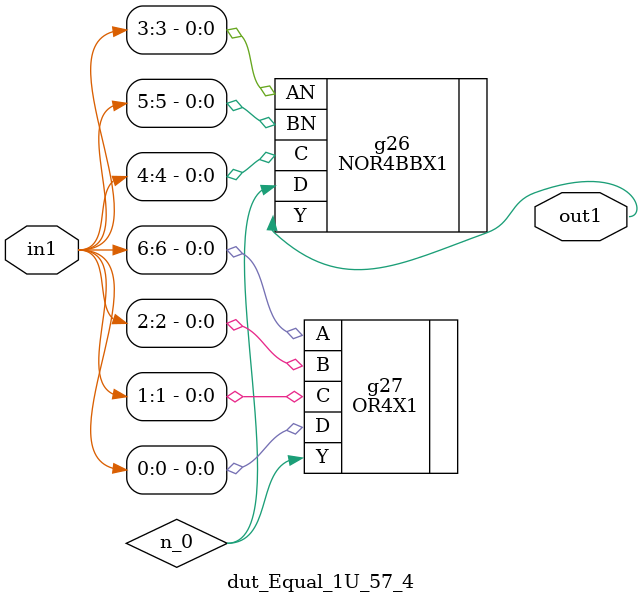
<source format=v>
`timescale 1ps / 1ps


module dut_Equal_1U_57_4(in1, out1);
  input [6:0] in1;
  output out1;
  wire [6:0] in1;
  wire out1;
  wire n_0;
  NOR4BBX1 g26(.AN (in1[3]), .BN (in1[5]), .C (in1[4]), .D (n_0), .Y
       (out1));
  OR4X1 g27(.A (in1[6]), .B (in1[2]), .C (in1[1]), .D (in1[0]), .Y
       (n_0));
endmodule



</source>
